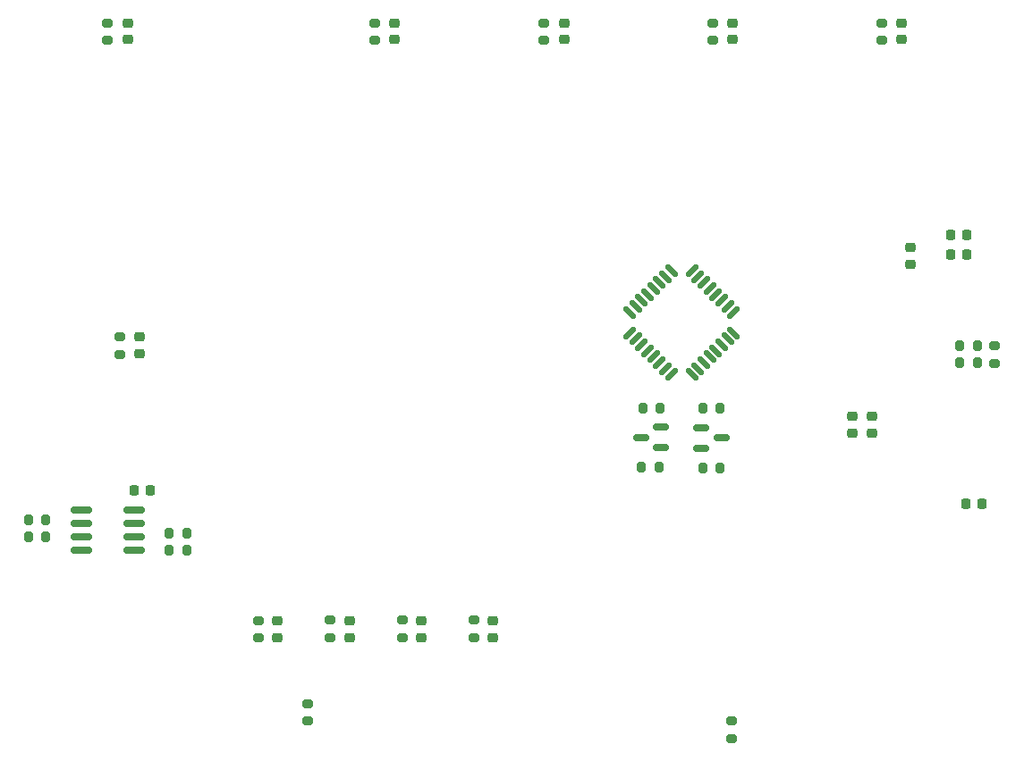
<source format=gbr>
%TF.GenerationSoftware,KiCad,Pcbnew,7.0.7*%
%TF.CreationDate,2023-11-07T21:09:30+00:00*%
%TF.ProjectId,clock_divider,636c6f63-6b5f-4646-9976-696465722e6b,rev?*%
%TF.SameCoordinates,Original*%
%TF.FileFunction,Paste,Top*%
%TF.FilePolarity,Positive*%
%FSLAX46Y46*%
G04 Gerber Fmt 4.6, Leading zero omitted, Abs format (unit mm)*
G04 Created by KiCad (PCBNEW 7.0.7) date 2023-11-07 21:09:30*
%MOMM*%
%LPD*%
G01*
G04 APERTURE LIST*
G04 Aperture macros list*
%AMRoundRect*
0 Rectangle with rounded corners*
0 $1 Rounding radius*
0 $2 $3 $4 $5 $6 $7 $8 $9 X,Y pos of 4 corners*
0 Add a 4 corners polygon primitive as box body*
4,1,4,$2,$3,$4,$5,$6,$7,$8,$9,$2,$3,0*
0 Add four circle primitives for the rounded corners*
1,1,$1+$1,$2,$3*
1,1,$1+$1,$4,$5*
1,1,$1+$1,$6,$7*
1,1,$1+$1,$8,$9*
0 Add four rect primitives between the rounded corners*
20,1,$1+$1,$2,$3,$4,$5,0*
20,1,$1+$1,$4,$5,$6,$7,0*
20,1,$1+$1,$6,$7,$8,$9,0*
20,1,$1+$1,$8,$9,$2,$3,0*%
G04 Aperture macros list end*
%ADD10RoundRect,0.225000X0.250000X-0.225000X0.250000X0.225000X-0.250000X0.225000X-0.250000X-0.225000X0*%
%ADD11RoundRect,0.225000X-0.225000X-0.250000X0.225000X-0.250000X0.225000X0.250000X-0.225000X0.250000X0*%
%ADD12RoundRect,0.218750X-0.256250X0.218750X-0.256250X-0.218750X0.256250X-0.218750X0.256250X0.218750X0*%
%ADD13RoundRect,0.218750X0.256250X-0.218750X0.256250X0.218750X-0.256250X0.218750X-0.256250X-0.218750X0*%
%ADD14RoundRect,0.200000X-0.200000X-0.275000X0.200000X-0.275000X0.200000X0.275000X-0.200000X0.275000X0*%
%ADD15RoundRect,0.125000X0.353553X-0.530330X0.530330X-0.353553X-0.353553X0.530330X-0.530330X0.353553X0*%
%ADD16RoundRect,0.125000X-0.353553X-0.530330X0.530330X0.353553X0.353553X0.530330X-0.530330X-0.353553X0*%
%ADD17RoundRect,0.200000X0.275000X-0.200000X0.275000X0.200000X-0.275000X0.200000X-0.275000X-0.200000X0*%
%ADD18RoundRect,0.200000X-0.275000X0.200000X-0.275000X-0.200000X0.275000X-0.200000X0.275000X0.200000X0*%
%ADD19RoundRect,0.200000X0.200000X0.275000X-0.200000X0.275000X-0.200000X-0.275000X0.200000X-0.275000X0*%
%ADD20RoundRect,0.150000X0.587500X0.150000X-0.587500X0.150000X-0.587500X-0.150000X0.587500X-0.150000X0*%
%ADD21RoundRect,0.150000X-0.587500X-0.150000X0.587500X-0.150000X0.587500X0.150000X-0.587500X0.150000X0*%
%ADD22RoundRect,0.150000X-0.825000X-0.150000X0.825000X-0.150000X0.825000X0.150000X-0.825000X0.150000X0*%
G04 APERTURE END LIST*
D10*
%TO.C,C4*%
X178000000Y-62785000D03*
X178000000Y-61235000D03*
%TD*%
D11*
%TO.C,C5*%
X184775000Y-85500000D03*
X183225000Y-85500000D03*
%TD*%
D10*
%TO.C,C7*%
X174380000Y-78785000D03*
X174380000Y-77235000D03*
%TD*%
D11*
%TO.C,C11*%
X181785000Y-61835000D03*
X183335000Y-61835000D03*
%TD*%
D12*
%TO.C,D10*%
X118070000Y-96630000D03*
X118070000Y-98205000D03*
%TD*%
D13*
%TO.C,D1*%
X105040000Y-71277500D03*
X105040000Y-69702500D03*
%TD*%
D10*
%TO.C,C9*%
X172529999Y-77235000D03*
X172529999Y-78785000D03*
%TD*%
D14*
%TO.C,R18*%
X152525000Y-82020000D03*
X154175000Y-82020000D03*
%TD*%
%TO.C,R17*%
X152645000Y-76440000D03*
X154295000Y-76440000D03*
%TD*%
D11*
%TO.C,C13*%
X181785000Y-59985000D03*
X183335000Y-59985000D03*
%TD*%
D12*
%TO.C,D7*%
X138470000Y-96620000D03*
X138470000Y-98195000D03*
%TD*%
%TO.C,D8*%
X131670000Y-96610000D03*
X131670000Y-98185000D03*
%TD*%
D15*
%TO.C,U5*%
X151397930Y-67357728D03*
X151963616Y-66792043D03*
X152529301Y-66226357D03*
X153094986Y-65660672D03*
X153660672Y-65094986D03*
X154226357Y-64529301D03*
X154792043Y-63963616D03*
X155357728Y-63397930D03*
D16*
X157302272Y-63397930D03*
X157867957Y-63963616D03*
X158433643Y-64529301D03*
X158999328Y-65094986D03*
X159565014Y-65660672D03*
X160130699Y-66226357D03*
X160696384Y-66792043D03*
X161262070Y-67357728D03*
D15*
X161262070Y-69302272D03*
X160696384Y-69867957D03*
X160130699Y-70433643D03*
X159565014Y-70999328D03*
X158999328Y-71565014D03*
X158433643Y-72130699D03*
X157867957Y-72696384D03*
X157302272Y-73262070D03*
D16*
X155357728Y-73262070D03*
X154792043Y-72696384D03*
X154226357Y-72130699D03*
X153660672Y-71565014D03*
X153094986Y-70999328D03*
X152529301Y-70433643D03*
X151963616Y-69867957D03*
X151397930Y-69302272D03*
%TD*%
D17*
%TO.C,R13*%
X143310000Y-41565000D03*
X143310000Y-39915000D03*
%TD*%
%TO.C,R12*%
X127300000Y-41575000D03*
X127300000Y-39925000D03*
%TD*%
%TO.C,R9*%
X102000000Y-41575000D03*
X102000000Y-39925000D03*
%TD*%
D18*
%TO.C,R1*%
X185955000Y-70540000D03*
X185955000Y-72190000D03*
%TD*%
D19*
%TO.C,R3*%
X96165000Y-87000000D03*
X94515000Y-87000000D03*
%TD*%
D13*
%TO.C,D4*%
X145190000Y-41487500D03*
X145190000Y-39912500D03*
%TD*%
D19*
%TO.C,R22*%
X159977500Y-76440000D03*
X158327500Y-76440000D03*
%TD*%
D14*
%TO.C,R2*%
X94515000Y-88640000D03*
X96165000Y-88640000D03*
%TD*%
D19*
%TO.C,R4*%
X109500000Y-89900000D03*
X107850000Y-89900000D03*
%TD*%
D11*
%TO.C,C10*%
X104470000Y-84240000D03*
X106020000Y-84240000D03*
%TD*%
D18*
%TO.C,R23*%
X123070000Y-96532500D03*
X123070000Y-98182500D03*
%TD*%
D19*
%TO.C,R20*%
X159967500Y-82070000D03*
X158317500Y-82070000D03*
%TD*%
D20*
%TO.C,Q1*%
X154407500Y-80150000D03*
X154407500Y-78250000D03*
X152532500Y-79200000D03*
%TD*%
D21*
%TO.C,Q2*%
X158220000Y-78310000D03*
X158220000Y-80210000D03*
X160095000Y-79260000D03*
%TD*%
D17*
%TO.C,R14*%
X161090000Y-107765000D03*
X161090000Y-106115000D03*
%TD*%
%TO.C,R15*%
X159300000Y-41565000D03*
X159300000Y-39915000D03*
%TD*%
D14*
%TO.C,R8*%
X182680001Y-72155000D03*
X184330001Y-72155000D03*
%TD*%
D18*
%TO.C,R19*%
X136670000Y-98192500D03*
X136670000Y-96542500D03*
%TD*%
D12*
%TO.C,D9*%
X124870000Y-98185000D03*
X124870000Y-96610000D03*
%TD*%
D17*
%TO.C,R16*%
X175300000Y-41575000D03*
X175300000Y-39925000D03*
%TD*%
D18*
%TO.C,R11*%
X120910000Y-104465000D03*
X120910000Y-106115000D03*
%TD*%
D17*
%TO.C,R7*%
X103160000Y-71355000D03*
X103160000Y-69705000D03*
%TD*%
D13*
%TO.C,D5*%
X161180000Y-41487500D03*
X161180000Y-39912500D03*
%TD*%
%TO.C,D2*%
X103880000Y-39922500D03*
X103880000Y-41497500D03*
%TD*%
%TO.C,D6*%
X177180000Y-41497500D03*
X177180000Y-39922500D03*
%TD*%
D14*
%TO.C,R5*%
X107850000Y-88290000D03*
X109500000Y-88290000D03*
%TD*%
D22*
%TO.C,U1*%
X99525000Y-86095000D03*
X99525000Y-87365000D03*
X99525000Y-88635000D03*
X99525000Y-89905000D03*
X104475000Y-89905000D03*
X104475000Y-88635000D03*
X104475000Y-87365000D03*
X104475000Y-86095000D03*
%TD*%
D13*
%TO.C,D3*%
X129180000Y-41497500D03*
X129180000Y-39922500D03*
%TD*%
D18*
%TO.C,R21*%
X129870000Y-96532500D03*
X129870000Y-98182500D03*
%TD*%
D14*
%TO.C,R6*%
X182680001Y-70545000D03*
X184330001Y-70545000D03*
%TD*%
D18*
%TO.C,R24*%
X116270000Y-96572500D03*
X116270000Y-98222500D03*
%TD*%
M02*

</source>
